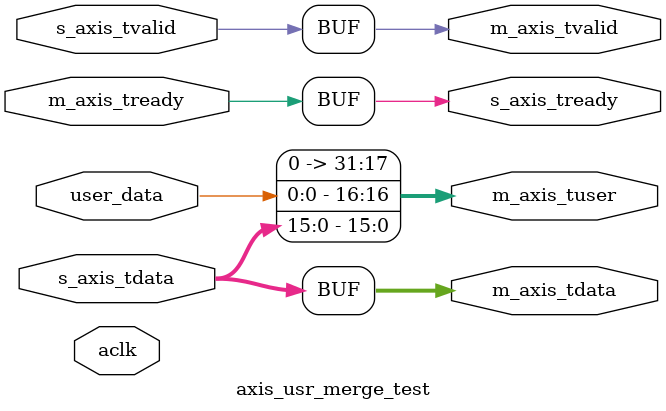
<source format=v>

`timescale 1 ns / 1 ps

module axis_usr_merge_test #
(
  parameter integer AXIS_TDATA_WIDTH = 32,
  parameter integer AXIS_TUSER_WIDTH = 32
)
(
  // User signals
  input  wire [0:0] user_data,

  // System signals
  input  wire                        aclk,

  // Slave side
  output wire                        s_axis_tready,
  input  wire [AXIS_TDATA_WIDTH-1:0] s_axis_tdata,
  input  wire                        s_axis_tvalid,

  // Master side
  input  wire                        m_axis_tready,
  output wire [AXIS_TDATA_WIDTH-1:0] m_axis_tdata,
  output wire                        m_axis_tvalid,
  output wire [AXIS_TUSER_WIDTH-1:0] m_axis_tuser
);

  assign s_axis_tready =  m_axis_tready;
  assign m_axis_tdata = s_axis_tdata;
  assign m_axis_tvalid = s_axis_tvalid;
  assign m_axis_tuser = {user_data,s_axis_tdata[15:0]};
endmodule

</source>
